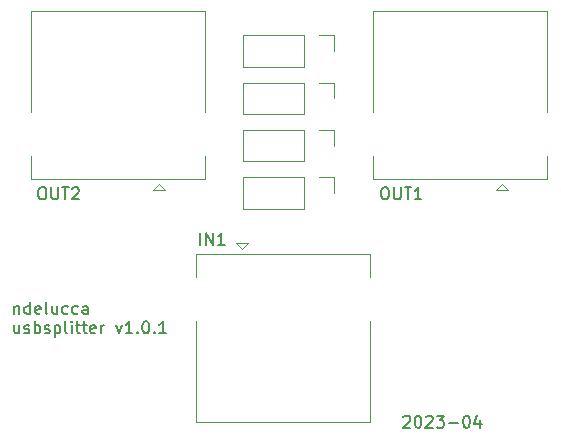
<source format=gbr>
%TF.GenerationSoftware,KiCad,Pcbnew,7.0.2*%
%TF.CreationDate,2023-04-22T20:19:08-03:00*%
%TF.ProjectId,usbsplitter,75736273-706c-4697-9474-65722e6b6963,1.0.1*%
%TF.SameCoordinates,Original*%
%TF.FileFunction,Legend,Top*%
%TF.FilePolarity,Positive*%
%FSLAX46Y46*%
G04 Gerber Fmt 4.6, Leading zero omitted, Abs format (unit mm)*
G04 Created by KiCad (PCBNEW 7.0.2) date 2023-04-22 20:19:08*
%MOMM*%
%LPD*%
G01*
G04 APERTURE LIST*
%ADD10C,0.150000*%
%ADD11C,0.120000*%
G04 APERTURE END LIST*
D10*
X186190476Y-100972857D02*
X186238095Y-100925238D01*
X186238095Y-100925238D02*
X186333333Y-100877619D01*
X186333333Y-100877619D02*
X186571428Y-100877619D01*
X186571428Y-100877619D02*
X186666666Y-100925238D01*
X186666666Y-100925238D02*
X186714285Y-100972857D01*
X186714285Y-100972857D02*
X186761904Y-101068095D01*
X186761904Y-101068095D02*
X186761904Y-101163333D01*
X186761904Y-101163333D02*
X186714285Y-101306190D01*
X186714285Y-101306190D02*
X186142857Y-101877619D01*
X186142857Y-101877619D02*
X186761904Y-101877619D01*
X187380952Y-100877619D02*
X187476190Y-100877619D01*
X187476190Y-100877619D02*
X187571428Y-100925238D01*
X187571428Y-100925238D02*
X187619047Y-100972857D01*
X187619047Y-100972857D02*
X187666666Y-101068095D01*
X187666666Y-101068095D02*
X187714285Y-101258571D01*
X187714285Y-101258571D02*
X187714285Y-101496666D01*
X187714285Y-101496666D02*
X187666666Y-101687142D01*
X187666666Y-101687142D02*
X187619047Y-101782380D01*
X187619047Y-101782380D02*
X187571428Y-101830000D01*
X187571428Y-101830000D02*
X187476190Y-101877619D01*
X187476190Y-101877619D02*
X187380952Y-101877619D01*
X187380952Y-101877619D02*
X187285714Y-101830000D01*
X187285714Y-101830000D02*
X187238095Y-101782380D01*
X187238095Y-101782380D02*
X187190476Y-101687142D01*
X187190476Y-101687142D02*
X187142857Y-101496666D01*
X187142857Y-101496666D02*
X187142857Y-101258571D01*
X187142857Y-101258571D02*
X187190476Y-101068095D01*
X187190476Y-101068095D02*
X187238095Y-100972857D01*
X187238095Y-100972857D02*
X187285714Y-100925238D01*
X187285714Y-100925238D02*
X187380952Y-100877619D01*
X188095238Y-100972857D02*
X188142857Y-100925238D01*
X188142857Y-100925238D02*
X188238095Y-100877619D01*
X188238095Y-100877619D02*
X188476190Y-100877619D01*
X188476190Y-100877619D02*
X188571428Y-100925238D01*
X188571428Y-100925238D02*
X188619047Y-100972857D01*
X188619047Y-100972857D02*
X188666666Y-101068095D01*
X188666666Y-101068095D02*
X188666666Y-101163333D01*
X188666666Y-101163333D02*
X188619047Y-101306190D01*
X188619047Y-101306190D02*
X188047619Y-101877619D01*
X188047619Y-101877619D02*
X188666666Y-101877619D01*
X189000000Y-100877619D02*
X189619047Y-100877619D01*
X189619047Y-100877619D02*
X189285714Y-101258571D01*
X189285714Y-101258571D02*
X189428571Y-101258571D01*
X189428571Y-101258571D02*
X189523809Y-101306190D01*
X189523809Y-101306190D02*
X189571428Y-101353809D01*
X189571428Y-101353809D02*
X189619047Y-101449047D01*
X189619047Y-101449047D02*
X189619047Y-101687142D01*
X189619047Y-101687142D02*
X189571428Y-101782380D01*
X189571428Y-101782380D02*
X189523809Y-101830000D01*
X189523809Y-101830000D02*
X189428571Y-101877619D01*
X189428571Y-101877619D02*
X189142857Y-101877619D01*
X189142857Y-101877619D02*
X189047619Y-101830000D01*
X189047619Y-101830000D02*
X189000000Y-101782380D01*
X190047619Y-101496666D02*
X190809524Y-101496666D01*
X191476190Y-100877619D02*
X191571428Y-100877619D01*
X191571428Y-100877619D02*
X191666666Y-100925238D01*
X191666666Y-100925238D02*
X191714285Y-100972857D01*
X191714285Y-100972857D02*
X191761904Y-101068095D01*
X191761904Y-101068095D02*
X191809523Y-101258571D01*
X191809523Y-101258571D02*
X191809523Y-101496666D01*
X191809523Y-101496666D02*
X191761904Y-101687142D01*
X191761904Y-101687142D02*
X191714285Y-101782380D01*
X191714285Y-101782380D02*
X191666666Y-101830000D01*
X191666666Y-101830000D02*
X191571428Y-101877619D01*
X191571428Y-101877619D02*
X191476190Y-101877619D01*
X191476190Y-101877619D02*
X191380952Y-101830000D01*
X191380952Y-101830000D02*
X191333333Y-101782380D01*
X191333333Y-101782380D02*
X191285714Y-101687142D01*
X191285714Y-101687142D02*
X191238095Y-101496666D01*
X191238095Y-101496666D02*
X191238095Y-101258571D01*
X191238095Y-101258571D02*
X191285714Y-101068095D01*
X191285714Y-101068095D02*
X191333333Y-100972857D01*
X191333333Y-100972857D02*
X191380952Y-100925238D01*
X191380952Y-100925238D02*
X191476190Y-100877619D01*
X192666666Y-101210952D02*
X192666666Y-101877619D01*
X192428571Y-100830000D02*
X192190476Y-101544285D01*
X192190476Y-101544285D02*
X192809523Y-101544285D01*
X153238095Y-91590952D02*
X153238095Y-92257619D01*
X153238095Y-91686190D02*
X153285714Y-91638571D01*
X153285714Y-91638571D02*
X153380952Y-91590952D01*
X153380952Y-91590952D02*
X153523809Y-91590952D01*
X153523809Y-91590952D02*
X153619047Y-91638571D01*
X153619047Y-91638571D02*
X153666666Y-91733809D01*
X153666666Y-91733809D02*
X153666666Y-92257619D01*
X154571428Y-92257619D02*
X154571428Y-91257619D01*
X154571428Y-92210000D02*
X154476190Y-92257619D01*
X154476190Y-92257619D02*
X154285714Y-92257619D01*
X154285714Y-92257619D02*
X154190476Y-92210000D01*
X154190476Y-92210000D02*
X154142857Y-92162380D01*
X154142857Y-92162380D02*
X154095238Y-92067142D01*
X154095238Y-92067142D02*
X154095238Y-91781428D01*
X154095238Y-91781428D02*
X154142857Y-91686190D01*
X154142857Y-91686190D02*
X154190476Y-91638571D01*
X154190476Y-91638571D02*
X154285714Y-91590952D01*
X154285714Y-91590952D02*
X154476190Y-91590952D01*
X154476190Y-91590952D02*
X154571428Y-91638571D01*
X155428571Y-92210000D02*
X155333333Y-92257619D01*
X155333333Y-92257619D02*
X155142857Y-92257619D01*
X155142857Y-92257619D02*
X155047619Y-92210000D01*
X155047619Y-92210000D02*
X155000000Y-92114761D01*
X155000000Y-92114761D02*
X155000000Y-91733809D01*
X155000000Y-91733809D02*
X155047619Y-91638571D01*
X155047619Y-91638571D02*
X155142857Y-91590952D01*
X155142857Y-91590952D02*
X155333333Y-91590952D01*
X155333333Y-91590952D02*
X155428571Y-91638571D01*
X155428571Y-91638571D02*
X155476190Y-91733809D01*
X155476190Y-91733809D02*
X155476190Y-91829047D01*
X155476190Y-91829047D02*
X155000000Y-91924285D01*
X156047619Y-92257619D02*
X155952381Y-92210000D01*
X155952381Y-92210000D02*
X155904762Y-92114761D01*
X155904762Y-92114761D02*
X155904762Y-91257619D01*
X156857143Y-91590952D02*
X156857143Y-92257619D01*
X156428572Y-91590952D02*
X156428572Y-92114761D01*
X156428572Y-92114761D02*
X156476191Y-92210000D01*
X156476191Y-92210000D02*
X156571429Y-92257619D01*
X156571429Y-92257619D02*
X156714286Y-92257619D01*
X156714286Y-92257619D02*
X156809524Y-92210000D01*
X156809524Y-92210000D02*
X156857143Y-92162380D01*
X157761905Y-92210000D02*
X157666667Y-92257619D01*
X157666667Y-92257619D02*
X157476191Y-92257619D01*
X157476191Y-92257619D02*
X157380953Y-92210000D01*
X157380953Y-92210000D02*
X157333334Y-92162380D01*
X157333334Y-92162380D02*
X157285715Y-92067142D01*
X157285715Y-92067142D02*
X157285715Y-91781428D01*
X157285715Y-91781428D02*
X157333334Y-91686190D01*
X157333334Y-91686190D02*
X157380953Y-91638571D01*
X157380953Y-91638571D02*
X157476191Y-91590952D01*
X157476191Y-91590952D02*
X157666667Y-91590952D01*
X157666667Y-91590952D02*
X157761905Y-91638571D01*
X158619048Y-92210000D02*
X158523810Y-92257619D01*
X158523810Y-92257619D02*
X158333334Y-92257619D01*
X158333334Y-92257619D02*
X158238096Y-92210000D01*
X158238096Y-92210000D02*
X158190477Y-92162380D01*
X158190477Y-92162380D02*
X158142858Y-92067142D01*
X158142858Y-92067142D02*
X158142858Y-91781428D01*
X158142858Y-91781428D02*
X158190477Y-91686190D01*
X158190477Y-91686190D02*
X158238096Y-91638571D01*
X158238096Y-91638571D02*
X158333334Y-91590952D01*
X158333334Y-91590952D02*
X158523810Y-91590952D01*
X158523810Y-91590952D02*
X158619048Y-91638571D01*
X159476191Y-92257619D02*
X159476191Y-91733809D01*
X159476191Y-91733809D02*
X159428572Y-91638571D01*
X159428572Y-91638571D02*
X159333334Y-91590952D01*
X159333334Y-91590952D02*
X159142858Y-91590952D01*
X159142858Y-91590952D02*
X159047620Y-91638571D01*
X159476191Y-92210000D02*
X159380953Y-92257619D01*
X159380953Y-92257619D02*
X159142858Y-92257619D01*
X159142858Y-92257619D02*
X159047620Y-92210000D01*
X159047620Y-92210000D02*
X159000001Y-92114761D01*
X159000001Y-92114761D02*
X159000001Y-92019523D01*
X159000001Y-92019523D02*
X159047620Y-91924285D01*
X159047620Y-91924285D02*
X159142858Y-91876666D01*
X159142858Y-91876666D02*
X159380953Y-91876666D01*
X159380953Y-91876666D02*
X159476191Y-91829047D01*
X153666666Y-93210952D02*
X153666666Y-93877619D01*
X153238095Y-93210952D02*
X153238095Y-93734761D01*
X153238095Y-93734761D02*
X153285714Y-93830000D01*
X153285714Y-93830000D02*
X153380952Y-93877619D01*
X153380952Y-93877619D02*
X153523809Y-93877619D01*
X153523809Y-93877619D02*
X153619047Y-93830000D01*
X153619047Y-93830000D02*
X153666666Y-93782380D01*
X154095238Y-93830000D02*
X154190476Y-93877619D01*
X154190476Y-93877619D02*
X154380952Y-93877619D01*
X154380952Y-93877619D02*
X154476190Y-93830000D01*
X154476190Y-93830000D02*
X154523809Y-93734761D01*
X154523809Y-93734761D02*
X154523809Y-93687142D01*
X154523809Y-93687142D02*
X154476190Y-93591904D01*
X154476190Y-93591904D02*
X154380952Y-93544285D01*
X154380952Y-93544285D02*
X154238095Y-93544285D01*
X154238095Y-93544285D02*
X154142857Y-93496666D01*
X154142857Y-93496666D02*
X154095238Y-93401428D01*
X154095238Y-93401428D02*
X154095238Y-93353809D01*
X154095238Y-93353809D02*
X154142857Y-93258571D01*
X154142857Y-93258571D02*
X154238095Y-93210952D01*
X154238095Y-93210952D02*
X154380952Y-93210952D01*
X154380952Y-93210952D02*
X154476190Y-93258571D01*
X154952381Y-93877619D02*
X154952381Y-92877619D01*
X154952381Y-93258571D02*
X155047619Y-93210952D01*
X155047619Y-93210952D02*
X155238095Y-93210952D01*
X155238095Y-93210952D02*
X155333333Y-93258571D01*
X155333333Y-93258571D02*
X155380952Y-93306190D01*
X155380952Y-93306190D02*
X155428571Y-93401428D01*
X155428571Y-93401428D02*
X155428571Y-93687142D01*
X155428571Y-93687142D02*
X155380952Y-93782380D01*
X155380952Y-93782380D02*
X155333333Y-93830000D01*
X155333333Y-93830000D02*
X155238095Y-93877619D01*
X155238095Y-93877619D02*
X155047619Y-93877619D01*
X155047619Y-93877619D02*
X154952381Y-93830000D01*
X155809524Y-93830000D02*
X155904762Y-93877619D01*
X155904762Y-93877619D02*
X156095238Y-93877619D01*
X156095238Y-93877619D02*
X156190476Y-93830000D01*
X156190476Y-93830000D02*
X156238095Y-93734761D01*
X156238095Y-93734761D02*
X156238095Y-93687142D01*
X156238095Y-93687142D02*
X156190476Y-93591904D01*
X156190476Y-93591904D02*
X156095238Y-93544285D01*
X156095238Y-93544285D02*
X155952381Y-93544285D01*
X155952381Y-93544285D02*
X155857143Y-93496666D01*
X155857143Y-93496666D02*
X155809524Y-93401428D01*
X155809524Y-93401428D02*
X155809524Y-93353809D01*
X155809524Y-93353809D02*
X155857143Y-93258571D01*
X155857143Y-93258571D02*
X155952381Y-93210952D01*
X155952381Y-93210952D02*
X156095238Y-93210952D01*
X156095238Y-93210952D02*
X156190476Y-93258571D01*
X156666667Y-93210952D02*
X156666667Y-94210952D01*
X156666667Y-93258571D02*
X156761905Y-93210952D01*
X156761905Y-93210952D02*
X156952381Y-93210952D01*
X156952381Y-93210952D02*
X157047619Y-93258571D01*
X157047619Y-93258571D02*
X157095238Y-93306190D01*
X157095238Y-93306190D02*
X157142857Y-93401428D01*
X157142857Y-93401428D02*
X157142857Y-93687142D01*
X157142857Y-93687142D02*
X157095238Y-93782380D01*
X157095238Y-93782380D02*
X157047619Y-93830000D01*
X157047619Y-93830000D02*
X156952381Y-93877619D01*
X156952381Y-93877619D02*
X156761905Y-93877619D01*
X156761905Y-93877619D02*
X156666667Y-93830000D01*
X157714286Y-93877619D02*
X157619048Y-93830000D01*
X157619048Y-93830000D02*
X157571429Y-93734761D01*
X157571429Y-93734761D02*
X157571429Y-92877619D01*
X158095239Y-93877619D02*
X158095239Y-93210952D01*
X158095239Y-92877619D02*
X158047620Y-92925238D01*
X158047620Y-92925238D02*
X158095239Y-92972857D01*
X158095239Y-92972857D02*
X158142858Y-92925238D01*
X158142858Y-92925238D02*
X158095239Y-92877619D01*
X158095239Y-92877619D02*
X158095239Y-92972857D01*
X158428572Y-93210952D02*
X158809524Y-93210952D01*
X158571429Y-92877619D02*
X158571429Y-93734761D01*
X158571429Y-93734761D02*
X158619048Y-93830000D01*
X158619048Y-93830000D02*
X158714286Y-93877619D01*
X158714286Y-93877619D02*
X158809524Y-93877619D01*
X159000001Y-93210952D02*
X159380953Y-93210952D01*
X159142858Y-92877619D02*
X159142858Y-93734761D01*
X159142858Y-93734761D02*
X159190477Y-93830000D01*
X159190477Y-93830000D02*
X159285715Y-93877619D01*
X159285715Y-93877619D02*
X159380953Y-93877619D01*
X160095239Y-93830000D02*
X160000001Y-93877619D01*
X160000001Y-93877619D02*
X159809525Y-93877619D01*
X159809525Y-93877619D02*
X159714287Y-93830000D01*
X159714287Y-93830000D02*
X159666668Y-93734761D01*
X159666668Y-93734761D02*
X159666668Y-93353809D01*
X159666668Y-93353809D02*
X159714287Y-93258571D01*
X159714287Y-93258571D02*
X159809525Y-93210952D01*
X159809525Y-93210952D02*
X160000001Y-93210952D01*
X160000001Y-93210952D02*
X160095239Y-93258571D01*
X160095239Y-93258571D02*
X160142858Y-93353809D01*
X160142858Y-93353809D02*
X160142858Y-93449047D01*
X160142858Y-93449047D02*
X159666668Y-93544285D01*
X160571430Y-93877619D02*
X160571430Y-93210952D01*
X160571430Y-93401428D02*
X160619049Y-93306190D01*
X160619049Y-93306190D02*
X160666668Y-93258571D01*
X160666668Y-93258571D02*
X160761906Y-93210952D01*
X160761906Y-93210952D02*
X160857144Y-93210952D01*
X161857145Y-93210952D02*
X162095240Y-93877619D01*
X162095240Y-93877619D02*
X162333335Y-93210952D01*
X163238097Y-93877619D02*
X162666669Y-93877619D01*
X162952383Y-93877619D02*
X162952383Y-92877619D01*
X162952383Y-92877619D02*
X162857145Y-93020476D01*
X162857145Y-93020476D02*
X162761907Y-93115714D01*
X162761907Y-93115714D02*
X162666669Y-93163333D01*
X163666669Y-93782380D02*
X163714288Y-93830000D01*
X163714288Y-93830000D02*
X163666669Y-93877619D01*
X163666669Y-93877619D02*
X163619050Y-93830000D01*
X163619050Y-93830000D02*
X163666669Y-93782380D01*
X163666669Y-93782380D02*
X163666669Y-93877619D01*
X164333335Y-92877619D02*
X164428573Y-92877619D01*
X164428573Y-92877619D02*
X164523811Y-92925238D01*
X164523811Y-92925238D02*
X164571430Y-92972857D01*
X164571430Y-92972857D02*
X164619049Y-93068095D01*
X164619049Y-93068095D02*
X164666668Y-93258571D01*
X164666668Y-93258571D02*
X164666668Y-93496666D01*
X164666668Y-93496666D02*
X164619049Y-93687142D01*
X164619049Y-93687142D02*
X164571430Y-93782380D01*
X164571430Y-93782380D02*
X164523811Y-93830000D01*
X164523811Y-93830000D02*
X164428573Y-93877619D01*
X164428573Y-93877619D02*
X164333335Y-93877619D01*
X164333335Y-93877619D02*
X164238097Y-93830000D01*
X164238097Y-93830000D02*
X164190478Y-93782380D01*
X164190478Y-93782380D02*
X164142859Y-93687142D01*
X164142859Y-93687142D02*
X164095240Y-93496666D01*
X164095240Y-93496666D02*
X164095240Y-93258571D01*
X164095240Y-93258571D02*
X164142859Y-93068095D01*
X164142859Y-93068095D02*
X164190478Y-92972857D01*
X164190478Y-92972857D02*
X164238097Y-92925238D01*
X164238097Y-92925238D02*
X164333335Y-92877619D01*
X165095240Y-93782380D02*
X165142859Y-93830000D01*
X165142859Y-93830000D02*
X165095240Y-93877619D01*
X165095240Y-93877619D02*
X165047621Y-93830000D01*
X165047621Y-93830000D02*
X165095240Y-93782380D01*
X165095240Y-93782380D02*
X165095240Y-93877619D01*
X166095239Y-93877619D02*
X165523811Y-93877619D01*
X165809525Y-93877619D02*
X165809525Y-92877619D01*
X165809525Y-92877619D02*
X165714287Y-93020476D01*
X165714287Y-93020476D02*
X165619049Y-93115714D01*
X165619049Y-93115714D02*
X165523811Y-93163333D01*
%TO.C,OUT2*%
X155523809Y-81540119D02*
X155714285Y-81540119D01*
X155714285Y-81540119D02*
X155809523Y-81587738D01*
X155809523Y-81587738D02*
X155904761Y-81682976D01*
X155904761Y-81682976D02*
X155952380Y-81873452D01*
X155952380Y-81873452D02*
X155952380Y-82206785D01*
X155952380Y-82206785D02*
X155904761Y-82397261D01*
X155904761Y-82397261D02*
X155809523Y-82492500D01*
X155809523Y-82492500D02*
X155714285Y-82540119D01*
X155714285Y-82540119D02*
X155523809Y-82540119D01*
X155523809Y-82540119D02*
X155428571Y-82492500D01*
X155428571Y-82492500D02*
X155333333Y-82397261D01*
X155333333Y-82397261D02*
X155285714Y-82206785D01*
X155285714Y-82206785D02*
X155285714Y-81873452D01*
X155285714Y-81873452D02*
X155333333Y-81682976D01*
X155333333Y-81682976D02*
X155428571Y-81587738D01*
X155428571Y-81587738D02*
X155523809Y-81540119D01*
X156380952Y-81540119D02*
X156380952Y-82349642D01*
X156380952Y-82349642D02*
X156428571Y-82444880D01*
X156428571Y-82444880D02*
X156476190Y-82492500D01*
X156476190Y-82492500D02*
X156571428Y-82540119D01*
X156571428Y-82540119D02*
X156761904Y-82540119D01*
X156761904Y-82540119D02*
X156857142Y-82492500D01*
X156857142Y-82492500D02*
X156904761Y-82444880D01*
X156904761Y-82444880D02*
X156952380Y-82349642D01*
X156952380Y-82349642D02*
X156952380Y-81540119D01*
X157285714Y-81540119D02*
X157857142Y-81540119D01*
X157571428Y-82540119D02*
X157571428Y-81540119D01*
X158142857Y-81635357D02*
X158190476Y-81587738D01*
X158190476Y-81587738D02*
X158285714Y-81540119D01*
X158285714Y-81540119D02*
X158523809Y-81540119D01*
X158523809Y-81540119D02*
X158619047Y-81587738D01*
X158619047Y-81587738D02*
X158666666Y-81635357D01*
X158666666Y-81635357D02*
X158714285Y-81730595D01*
X158714285Y-81730595D02*
X158714285Y-81825833D01*
X158714285Y-81825833D02*
X158666666Y-81968690D01*
X158666666Y-81968690D02*
X158095238Y-82540119D01*
X158095238Y-82540119D02*
X158714285Y-82540119D01*
%TO.C,OUT1*%
X184523809Y-81540119D02*
X184714285Y-81540119D01*
X184714285Y-81540119D02*
X184809523Y-81587738D01*
X184809523Y-81587738D02*
X184904761Y-81682976D01*
X184904761Y-81682976D02*
X184952380Y-81873452D01*
X184952380Y-81873452D02*
X184952380Y-82206785D01*
X184952380Y-82206785D02*
X184904761Y-82397261D01*
X184904761Y-82397261D02*
X184809523Y-82492500D01*
X184809523Y-82492500D02*
X184714285Y-82540119D01*
X184714285Y-82540119D02*
X184523809Y-82540119D01*
X184523809Y-82540119D02*
X184428571Y-82492500D01*
X184428571Y-82492500D02*
X184333333Y-82397261D01*
X184333333Y-82397261D02*
X184285714Y-82206785D01*
X184285714Y-82206785D02*
X184285714Y-81873452D01*
X184285714Y-81873452D02*
X184333333Y-81682976D01*
X184333333Y-81682976D02*
X184428571Y-81587738D01*
X184428571Y-81587738D02*
X184523809Y-81540119D01*
X185380952Y-81540119D02*
X185380952Y-82349642D01*
X185380952Y-82349642D02*
X185428571Y-82444880D01*
X185428571Y-82444880D02*
X185476190Y-82492500D01*
X185476190Y-82492500D02*
X185571428Y-82540119D01*
X185571428Y-82540119D02*
X185761904Y-82540119D01*
X185761904Y-82540119D02*
X185857142Y-82492500D01*
X185857142Y-82492500D02*
X185904761Y-82444880D01*
X185904761Y-82444880D02*
X185952380Y-82349642D01*
X185952380Y-82349642D02*
X185952380Y-81540119D01*
X186285714Y-81540119D02*
X186857142Y-81540119D01*
X186571428Y-82540119D02*
X186571428Y-81540119D01*
X187714285Y-82540119D02*
X187142857Y-82540119D01*
X187428571Y-82540119D02*
X187428571Y-81540119D01*
X187428571Y-81540119D02*
X187333333Y-81682976D01*
X187333333Y-81682976D02*
X187238095Y-81778214D01*
X187238095Y-81778214D02*
X187142857Y-81825833D01*
%TO.C,IN1*%
X169000000Y-86385119D02*
X169000000Y-85385119D01*
X169476190Y-86385119D02*
X169476190Y-85385119D01*
X169476190Y-85385119D02*
X170047618Y-86385119D01*
X170047618Y-86385119D02*
X170047618Y-85385119D01*
X171047618Y-86385119D02*
X170476190Y-86385119D01*
X170761904Y-86385119D02*
X170761904Y-85385119D01*
X170761904Y-85385119D02*
X170666666Y-85527976D01*
X170666666Y-85527976D02*
X170571428Y-85623214D01*
X170571428Y-85623214D02*
X170476190Y-85670833D01*
D11*
%TO.C,SW4*%
X172590000Y-80670000D02*
X172590000Y-83330000D01*
X177730000Y-80670000D02*
X172590000Y-80670000D01*
X179000000Y-80670000D02*
X180330000Y-80670000D01*
X177730000Y-83330000D02*
X172590000Y-83330000D01*
X180330000Y-80670000D02*
X180330000Y-82000000D01*
X177730000Y-80670000D02*
X177730000Y-83330000D01*
%TO.C,SW3*%
X172590000Y-72670000D02*
X172590000Y-75330000D01*
X177730000Y-72670000D02*
X172590000Y-72670000D01*
X179000000Y-72670000D02*
X180330000Y-72670000D01*
X177730000Y-75330000D02*
X172590000Y-75330000D01*
X180330000Y-72670000D02*
X180330000Y-74000000D01*
X177730000Y-72670000D02*
X177730000Y-75330000D01*
%TO.C,SW2*%
X172590000Y-76670000D02*
X172590000Y-79330000D01*
X177730000Y-76670000D02*
X172590000Y-76670000D01*
X179000000Y-76670000D02*
X180330000Y-76670000D01*
X177730000Y-79330000D02*
X172590000Y-79330000D01*
X180330000Y-76670000D02*
X180330000Y-78000000D01*
X177730000Y-76670000D02*
X177730000Y-79330000D01*
%TO.C,SW1*%
X172590000Y-68670000D02*
X172590000Y-71330000D01*
X177730000Y-68670000D02*
X172590000Y-68670000D01*
X179000000Y-68670000D02*
X180330000Y-68670000D01*
X177730000Y-71330000D02*
X172590000Y-71330000D01*
X180330000Y-68670000D02*
X180330000Y-70000000D01*
X177730000Y-68670000D02*
X177730000Y-71330000D01*
%TO.C,OUT2*%
X154640000Y-75167500D02*
X154640000Y-66627500D01*
X154640000Y-78867500D02*
X154640000Y-80847500D01*
X165000000Y-81727500D02*
X166000000Y-81727500D01*
X169360000Y-80847500D02*
X169360000Y-78867500D01*
X166000000Y-81727500D02*
X165500000Y-81227500D01*
X169360000Y-66627500D02*
X154640000Y-66627500D01*
X165500000Y-81227500D02*
X165000000Y-81727500D01*
X169360000Y-80847500D02*
X154640000Y-80847500D01*
X169360000Y-75167500D02*
X169360000Y-66627500D01*
%TO.C,OUT1*%
X183640000Y-75167500D02*
X183640000Y-66627500D01*
X183640000Y-78867500D02*
X183640000Y-80847500D01*
X194000000Y-81727500D02*
X195000000Y-81727500D01*
X198360000Y-80847500D02*
X198360000Y-78867500D01*
X195000000Y-81727500D02*
X194500000Y-81227500D01*
X198360000Y-66627500D02*
X183640000Y-66627500D01*
X194500000Y-81227500D02*
X194000000Y-81727500D01*
X198360000Y-80847500D02*
X183640000Y-80847500D01*
X198360000Y-75167500D02*
X198360000Y-66627500D01*
%TO.C,IN1*%
X183360000Y-92832500D02*
X183360000Y-101372500D01*
X183360000Y-89132500D02*
X183360000Y-87152500D01*
X173000000Y-86272500D02*
X172000000Y-86272500D01*
X168640000Y-87152500D02*
X168640000Y-89132500D01*
X172000000Y-86272500D02*
X172500000Y-86772500D01*
X168640000Y-101372500D02*
X183360000Y-101372500D01*
X172500000Y-86772500D02*
X173000000Y-86272500D01*
X168640000Y-87152500D02*
X183360000Y-87152500D01*
X168640000Y-92832500D02*
X168640000Y-101372500D01*
%TD*%
M02*

</source>
